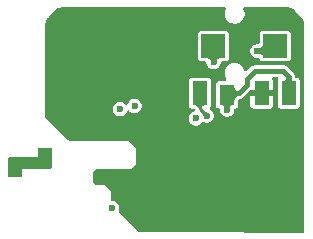
<source format=gbl>
%TF.GenerationSoftware,KiCad,Pcbnew,9.0.1-129-g6cd3a802a7*%
%TF.CreationDate,2025-04-11T15:40:15+02:00*%
%TF.ProjectId,LowCapacitanceProbe,4c6f7743-6170-4616-9369-74616e636550,1.0.0*%
%TF.SameCoordinates,PX22404f8PY679ca88*%
%TF.FileFunction,Copper,L4,Bot*%
%TF.FilePolarity,Positive*%
%FSLAX45Y45*%
G04 Gerber Fmt 4.5, Leading zero omitted, Abs format (unit mm)*
G04 Created by KiCad (PCBNEW 9.0.1-129-g6cd3a802a7) date 2025-04-11 15:40:15*
%MOMM*%
%LPD*%
G01*
G04 APERTURE LIST*
G04 Aperture macros list*
%AMRoundRect*
0 Rectangle with rounded corners*
0 $1 Rounding radius*
0 $2 $3 $4 $5 $6 $7 $8 $9 X,Y pos of 4 corners*
0 Add a 4 corners polygon primitive as box body*
4,1,4,$2,$3,$4,$5,$6,$7,$8,$9,$2,$3,0*
0 Add four circle primitives for the rounded corners*
1,1,$1+$1,$2,$3*
1,1,$1+$1,$4,$5*
1,1,$1+$1,$6,$7*
1,1,$1+$1,$8,$9*
0 Add four rect primitives between the rounded corners*
20,1,$1+$1,$2,$3,$4,$5,0*
20,1,$1+$1,$4,$5,$6,$7,0*
20,1,$1+$1,$6,$7,$8,$9,0*
20,1,$1+$1,$8,$9,$2,$3,0*%
G04 Aperture macros list end*
%TA.AperFunction,SMDPad,CuDef*%
%ADD10R,5.080000X1.500000*%
%TD*%
%TA.AperFunction,ComponentPad*%
%ADD11C,2.000000*%
%TD*%
%TA.AperFunction,SMDPad,CuDef*%
%ADD12R,1.300000X2.000000*%
%TD*%
%TA.AperFunction,SMDPad,CuDef*%
%ADD13R,2.000000X2.000000*%
%TD*%
%TA.AperFunction,ComponentPad*%
%ADD14RoundRect,0.125000X0.500000X0.500000X-0.500000X0.500000X-0.500000X-0.500000X0.500000X-0.500000X0*%
%TD*%
%TA.AperFunction,SMDPad,CuDef*%
%ADD15RoundRect,0.250000X1.645000X0.250000X-1.645000X0.250000X-1.645000X-0.250000X1.645000X-0.250000X0*%
%TD*%
%TA.AperFunction,SMDPad,CuDef*%
%ADD16R,1.300000X1.730000*%
%TD*%
%TA.AperFunction,ViaPad*%
%ADD17C,0.600000*%
%TD*%
%TA.AperFunction,Conductor*%
%ADD18C,0.400000*%
%TD*%
%TA.AperFunction,Conductor*%
%ADD19C,0.250000*%
%TD*%
G04 APERTURE END LIST*
D10*
%TO.P,J2,2,Ext*%
%TO.N,GND*%
X2292900Y90000D03*
X2292900Y940000D03*
%TD*%
D11*
%TO.P,TP3,1,1*%
%TO.N,GND*%
X1831500Y163000D03*
%TD*%
D12*
%TO.P,RV3,3,3*%
%TO.N,/POWER*%
X2414500Y1194000D03*
D13*
%TO.P,RV3,2,2*%
%TO.N,/G2_BIAS*%
X2299500Y1594000D03*
D12*
%TO.P,RV3,1,1*%
%TO.N,GND*%
X2184500Y1194000D03*
%TD*%
D14*
%TO.P,TP1,1,1*%
%TO.N,/IN*%
X95000Y544500D03*
D15*
X222000Y606000D03*
D14*
X349000Y667500D03*
%TD*%
D16*
%TO.P,RV2,3,3*%
%TO.N,/POWER*%
X1891500Y1180500D03*
D13*
%TO.P,RV2,2,2*%
%TO.N,/GAIN_TUNE*%
X1776500Y1594000D03*
D12*
%TO.P,RV2,1,1*%
%TO.N,Net-(R17-Pad2)*%
X1661500Y1194000D03*
%TD*%
D17*
%TO.N,GND*%
X734000Y1892000D03*
X2482500Y1440000D03*
X1627000Y1892000D03*
X2287000Y750000D03*
X1915000Y398000D03*
X1030000Y1457500D03*
X2362000Y750000D03*
X1820000Y1884000D03*
X2137000Y275000D03*
X1307000Y60000D03*
X732500Y1465000D03*
X1687000Y775000D03*
X2062000Y750000D03*
X2144000Y1460000D03*
X2362000Y275000D03*
X1607000Y60000D03*
X1382000Y60000D03*
X2287000Y275000D03*
X1712000Y500000D03*
X1532000Y60000D03*
X2412500Y1860000D03*
X929000Y916000D03*
X1022500Y823000D03*
X1156000Y161000D03*
X425000Y1335000D03*
X1706000Y650000D03*
X1002500Y959000D03*
X1016000Y236000D03*
X642500Y1335000D03*
X1255000Y1495000D03*
X1982000Y60000D03*
X1495000Y505000D03*
X2212000Y750000D03*
X1762000Y750000D03*
X795500Y522000D03*
X1527500Y1475000D03*
X1687000Y270000D03*
X2137000Y750000D03*
X1932000Y1746000D03*
X693500Y1114000D03*
X1912000Y750000D03*
X868500Y458000D03*
X1307500Y240000D03*
X1775000Y1355000D03*
X2512000Y275000D03*
X1363000Y1891000D03*
X1339000Y705000D03*
X492500Y1820000D03*
X1987000Y750000D03*
X1423000Y227000D03*
X1462500Y775000D03*
X2232000Y1892000D03*
X1612000Y775000D03*
X1235500Y335000D03*
X1962500Y1497500D03*
X1837000Y750000D03*
X2032500Y1115000D03*
X392500Y1715000D03*
X1457000Y60000D03*
X1157000Y60000D03*
X2212000Y275000D03*
X435000Y1115000D03*
X1487000Y275000D03*
X2512000Y750000D03*
X2081000Y1885000D03*
X1232000Y60000D03*
X1387000Y775000D03*
X2062000Y275000D03*
X1596500Y200000D03*
X1682000Y60000D03*
X1987000Y275000D03*
X1151000Y1892000D03*
X908500Y520500D03*
X2437000Y275000D03*
X939000Y1885000D03*
X1537000Y775000D03*
X2437000Y750000D03*
%TO.N,Net-(R17-Pad2)*%
X1720000Y1002500D03*
%TO.N,/G2_BIAS*%
X2147500Y1550000D03*
X986000Y1060000D03*
%TO.N,/POWER*%
X1109000Y1085000D03*
X1892500Y1052500D03*
%TO.N,/GAIN_TUNE*%
X917500Y222500D03*
X1777500Y1455000D03*
X1627500Y980000D03*
%TD*%
D18*
%TO.N,GND*%
X2032500Y1115000D02*
X2032500Y1125000D01*
X2183500Y1194000D02*
X2184500Y1193000D01*
D19*
%TO.N,Net-(R17-Pad2)*%
X1720000Y1002500D02*
X1661500Y1061000D01*
X1661500Y1061000D02*
X1661500Y1194000D01*
%TO.N,/G2_BIAS*%
X2256500Y1550000D02*
X2299500Y1593000D01*
X2147500Y1550000D02*
X2256500Y1550000D01*
%TO.N,/POWER*%
X1892500Y1052500D02*
X1892500Y1193000D01*
D18*
X2367500Y1380000D02*
X2414500Y1333000D01*
X1991500Y1194000D02*
X2057500Y1260000D01*
X1891500Y1194000D02*
X1991500Y1194000D01*
X2057500Y1310000D02*
X2127500Y1380000D01*
X2057500Y1260000D02*
X2057500Y1310000D01*
X2127500Y1380000D02*
X2367500Y1380000D01*
D19*
X1892500Y1193000D02*
X1891500Y1194000D01*
D18*
X2414500Y1333000D02*
X2414500Y1193000D01*
D19*
%TO.N,/GAIN_TUNE*%
X1777500Y1455000D02*
X1777500Y1593000D01*
X1777500Y1593000D02*
X1776500Y1594000D01*
%TD*%
%TA.AperFunction,Conductor*%
%TO.N,GND*%
G36*
X2345014Y1063950D02*
G01*
X2483986Y1063950D01*
X2484417Y1064000D01*
X2546950Y1064000D01*
X2546950Y942000D01*
X2003000Y942000D01*
X2003000Y1064000D01*
X2344583Y1064000D01*
X2345014Y1063950D01*
G37*
%TD.AperFunction*%
%TD*%
%TA.AperFunction,Conductor*%
%TO.N,GND*%
G36*
X949128Y1011948D02*
G01*
X962822Y1004042D01*
X978094Y999950D01*
X978094Y999950D01*
X993905Y999950D01*
X993906Y999950D01*
X1009178Y1004042D01*
X1022872Y1011948D01*
X1025924Y1015000D01*
X1578367Y1015000D01*
X1571542Y1003178D01*
X1567450Y987906D01*
X1567450Y972094D01*
X1571542Y956822D01*
X1579448Y943128D01*
X1590628Y931948D01*
X1604322Y924042D01*
X1619594Y919950D01*
X1619594Y919950D01*
X1635405Y919950D01*
X1635406Y919950D01*
X1650678Y924042D01*
X1664372Y931948D01*
X1675552Y943128D01*
X1677398Y946325D01*
X1681944Y950419D01*
X1688029Y951059D01*
X1690921Y949949D01*
X1696822Y946542D01*
X1712094Y942450D01*
X1712094Y942450D01*
X1727905Y942450D01*
X1727906Y942450D01*
X1743178Y946542D01*
X1756872Y954448D01*
X1768052Y965628D01*
X1775958Y979322D01*
X1780050Y994594D01*
X1780050Y1010406D01*
X1778819Y1015000D01*
X1845076Y1015000D01*
X1855628Y1004448D01*
X1869322Y996542D01*
X1884594Y992450D01*
X1884594Y992450D01*
X1900405Y992450D01*
X1900406Y992450D01*
X1915678Y996542D01*
X1929372Y1004448D01*
X1939924Y1015000D01*
X2003000Y1015000D01*
X2003000Y942000D01*
X2546950Y942000D01*
X2546950Y29950D01*
X2545059Y24131D01*
X2540109Y20535D01*
X2537050Y20050D01*
X1144801Y20050D01*
X1138982Y21941D01*
X1137800Y22950D01*
X974426Y186324D01*
X971648Y191775D01*
X972606Y197819D01*
X972852Y198273D01*
X973458Y199322D01*
X977550Y214594D01*
X977550Y230406D01*
X973458Y245678D01*
X965552Y259372D01*
X954372Y270552D01*
X940678Y278458D01*
X925406Y282550D01*
X918900Y282550D01*
X913081Y284441D01*
X909484Y289391D01*
X909000Y292450D01*
X909000Y366500D01*
X909000Y366500D01*
X856500Y419000D01*
X856500Y419000D01*
X782759Y419000D01*
X780828Y419190D01*
X779231Y419508D01*
X776062Y420138D01*
X772493Y421616D01*
X768453Y424316D01*
X766953Y425547D01*
X766047Y426453D01*
X764816Y427953D01*
X762116Y431993D01*
X760638Y435562D01*
X759690Y440328D01*
X759500Y442259D01*
X759500Y520241D01*
X759690Y522172D01*
X760638Y526938D01*
X762116Y530507D01*
X764816Y534548D01*
X766047Y536047D01*
X776953Y546953D01*
X778452Y548184D01*
X782493Y550884D01*
X786062Y552362D01*
X788586Y552864D01*
X790828Y553310D01*
X792759Y553500D01*
X1080500Y553500D01*
X1080500Y553500D01*
X1120500Y593500D01*
X1120500Y727750D01*
X1057250Y791000D01*
X1057250Y791000D01*
X564697Y791000D01*
X562766Y791190D01*
X561169Y791508D01*
X557999Y792138D01*
X554431Y793616D01*
X550391Y796316D01*
X548890Y797547D01*
X354450Y991988D01*
X351672Y997440D01*
X351550Y998988D01*
X351550Y1015000D01*
X435437Y1015000D01*
X560438Y1015000D01*
X946076Y1015000D01*
X949128Y1011948D01*
G37*
%TD.AperFunction*%
%TD*%
%TA.AperFunction,Conductor*%
%TO.N,GND*%
G36*
X1875385Y1921481D02*
G01*
X1879961Y1916201D01*
X1880955Y1909285D01*
X1880137Y1906305D01*
X1873718Y1890808D01*
X1873718Y1890807D01*
X1870450Y1874377D01*
X1870450Y1857623D01*
X1873718Y1841193D01*
X1873718Y1841192D01*
X1880129Y1825714D01*
X1889437Y1811784D01*
X1901284Y1799937D01*
X1910549Y1793746D01*
X1915214Y1790630D01*
X1930692Y1784218D01*
X1947123Y1780950D01*
X1947123Y1780950D01*
X1947123Y1780950D01*
X1963877Y1780950D01*
X1963877Y1780950D01*
X1980308Y1784218D01*
X1995786Y1790630D01*
X2009716Y1799937D01*
X2021563Y1811784D01*
X2030870Y1825714D01*
X2037282Y1841192D01*
X2040550Y1857623D01*
X2040550Y1874377D01*
X2037282Y1890808D01*
X2030870Y1906286D01*
X2030863Y1906305D01*
X2030116Y1913252D01*
X2033243Y1919500D01*
X2039252Y1923065D01*
X2042319Y1923450D01*
X2393797Y1923450D01*
X2394779Y1923411D01*
X2395737Y1923335D01*
X2409084Y1922274D01*
X2411021Y1921965D01*
X2411550Y1921837D01*
X2424490Y1918701D01*
X2426354Y1918089D01*
X2439139Y1912742D01*
X2440883Y1911844D01*
X2452022Y1904945D01*
X2452664Y1904547D01*
X2454245Y1903385D01*
X2465085Y1894011D01*
X2465737Y1893405D01*
X2465773Y1893369D01*
X2468272Y1890835D01*
X2468336Y1890809D01*
X2469220Y1889925D01*
X2469221Y1889924D01*
X2469224Y1889921D01*
X2517335Y1841810D01*
X2518001Y1841089D01*
X2527294Y1830195D01*
X2528445Y1828608D01*
X2535648Y1816807D01*
X2536534Y1815059D01*
X2541789Y1802270D01*
X2542388Y1800404D01*
X2545562Y1786946D01*
X2545860Y1785009D01*
X2546898Y1770889D01*
X2546914Y1770676D01*
X2546947Y1769773D01*
X2546947Y1769734D01*
X2546928Y1766251D01*
X2546949Y1766198D01*
X2546950Y1764955D01*
X2546950Y1764953D01*
X2546950Y1764948D01*
X2546950Y1064000D01*
X2491638Y1064000D01*
X2492332Y1065520D01*
X2495841Y1068112D01*
X2495829Y1068130D01*
X2496325Y1068470D01*
X2496695Y1068743D01*
X2496777Y1068779D01*
X2504721Y1076724D01*
X2509259Y1087001D01*
X2509550Y1089514D01*
X2509550Y1298486D01*
X2509550Y1298488D01*
X2509259Y1300999D01*
X2509259Y1300999D01*
X2509259Y1300999D01*
X2504721Y1311277D01*
X2496777Y1319221D01*
X2496776Y1319221D01*
X2486499Y1323759D01*
X2483987Y1324050D01*
X2483987Y1324050D01*
X2477369Y1324050D01*
X2474118Y1325005D01*
X2470852Y1325901D01*
X2470775Y1325986D01*
X2470665Y1326019D01*
X2468448Y1328577D01*
X2466183Y1331099D01*
X2466141Y1331239D01*
X2466090Y1331299D01*
X2465129Y1334468D01*
X2465100Y1334641D01*
X2464919Y1336008D01*
X2464834Y1336288D01*
X2464710Y1337055D01*
X2464738Y1337284D01*
X2464550Y1339038D01*
X2464550Y1339589D01*
X2464453Y1339950D01*
X2464453Y1339951D01*
X2464037Y1341503D01*
X2461139Y1352319D01*
X2454550Y1363731D01*
X2445231Y1373050D01*
X2398231Y1420050D01*
X2392525Y1423345D01*
X2386819Y1426639D01*
X2380454Y1428345D01*
X2374089Y1430050D01*
X2134089Y1430050D01*
X2120911Y1430050D01*
X2120911Y1430050D01*
X2116521Y1428874D01*
X2116521Y1428874D01*
X2108181Y1426639D01*
X2108181Y1426639D01*
X2108181Y1426639D01*
X2096769Y1420050D01*
X2096768Y1420050D01*
X2058703Y1381985D01*
X2052571Y1378637D01*
X2045602Y1379135D01*
X2040009Y1383322D01*
X2037774Y1388334D01*
X2037282Y1390808D01*
X2030870Y1406286D01*
X2022958Y1418128D01*
X2021563Y1420216D01*
X2009716Y1432063D01*
X1995786Y1441370D01*
X1980308Y1447782D01*
X1980307Y1447782D01*
X1963877Y1451050D01*
X1963877Y1451050D01*
X1947123Y1451050D01*
X1947123Y1451050D01*
X1930692Y1447782D01*
X1930692Y1447782D01*
X1915214Y1441370D01*
X1901284Y1432063D01*
X1889437Y1420216D01*
X1880129Y1406286D01*
X1873718Y1390808D01*
X1873718Y1390808D01*
X1870450Y1374377D01*
X1870450Y1357623D01*
X1873718Y1341193D01*
X1873718Y1341192D01*
X1880130Y1325714D01*
X1880130Y1325714D01*
X1886394Y1316339D01*
X1888481Y1309671D01*
X1886633Y1302933D01*
X1881435Y1298264D01*
X1876083Y1297050D01*
X1822014Y1297050D01*
X1822012Y1297050D01*
X1819501Y1296759D01*
X1819501Y1296759D01*
X1809223Y1292221D01*
X1801279Y1284277D01*
X1796741Y1273999D01*
X1796741Y1273999D01*
X1796450Y1271487D01*
X1796450Y1089514D01*
X1796450Y1089512D01*
X1796741Y1087001D01*
X1796741Y1087001D01*
X1801279Y1076724D01*
X1801279Y1076724D01*
X1809223Y1068779D01*
X1819501Y1064242D01*
X1821479Y1064012D01*
X1827911Y1061284D01*
X1831848Y1055512D01*
X1832450Y1051695D01*
X1832450Y1044594D01*
X1834764Y1035957D01*
X1836542Y1029322D01*
X1836543Y1029321D01*
X1844447Y1015629D01*
X1844448Y1015628D01*
X1845076Y1015000D01*
X1778819Y1015000D01*
X1775958Y1025678D01*
X1774015Y1029042D01*
X1768052Y1039371D01*
X1768052Y1039372D01*
X1756872Y1050552D01*
X1756871Y1050552D01*
X1751009Y1053937D01*
X1746187Y1058994D01*
X1744865Y1065854D01*
X1747462Y1072341D01*
X1748440Y1073443D01*
X1751721Y1076724D01*
X1756258Y1087001D01*
X1756550Y1089514D01*
X1756550Y1298486D01*
X1756550Y1298488D01*
X1756259Y1300999D01*
X1756258Y1300999D01*
X1756258Y1300999D01*
X1751721Y1311277D01*
X1743776Y1319221D01*
X1743776Y1319221D01*
X1733499Y1323759D01*
X1730986Y1324050D01*
X1592014Y1324050D01*
X1592012Y1324050D01*
X1589501Y1323759D01*
X1589501Y1323759D01*
X1579223Y1319221D01*
X1571279Y1311277D01*
X1566741Y1300999D01*
X1566741Y1300999D01*
X1566450Y1298487D01*
X1566450Y1089514D01*
X1566450Y1089512D01*
X1566741Y1087001D01*
X1566741Y1087001D01*
X1571279Y1076724D01*
X1571279Y1076724D01*
X1579223Y1068779D01*
X1589501Y1064242D01*
X1592013Y1063950D01*
X1605970Y1063950D01*
X1608173Y1063753D01*
X1608730Y1063652D01*
X1608741Y1063648D01*
X1609405Y1063531D01*
X1609406Y1063530D01*
X1612522Y1061970D01*
X1615625Y1060429D01*
X1615636Y1060411D01*
X1615654Y1060402D01*
X1616375Y1059186D01*
X1619181Y1054537D01*
X1619621Y1052895D01*
X1619455Y1045910D01*
X1615539Y1040123D01*
X1610853Y1037708D01*
X1608691Y1037129D01*
X1604321Y1035958D01*
X1604321Y1035957D01*
X1590629Y1028052D01*
X1590628Y1028052D01*
X1579448Y1016872D01*
X1579447Y1016871D01*
X1578367Y1015000D01*
X1025924Y1015000D01*
X1034052Y1023128D01*
X1041958Y1036822D01*
X1042801Y1039971D01*
X1046438Y1045937D01*
X1052723Y1048990D01*
X1059660Y1048160D01*
X1063547Y1045529D01*
X1072128Y1036948D01*
X1072129Y1036948D01*
X1072129Y1036948D01*
X1085338Y1029322D01*
X1085822Y1029042D01*
X1101094Y1024950D01*
X1101095Y1024950D01*
X1116906Y1024950D01*
X1116906Y1024950D01*
X1132178Y1029042D01*
X1145872Y1036948D01*
X1157052Y1048128D01*
X1164958Y1061822D01*
X1169050Y1077094D01*
X1169050Y1092906D01*
X1164958Y1108178D01*
X1164957Y1108179D01*
X1157052Y1121871D01*
X1157052Y1121872D01*
X1145872Y1133052D01*
X1145871Y1133053D01*
X1132179Y1140957D01*
X1132179Y1140958D01*
X1132178Y1140958D01*
X1116906Y1145050D01*
X1101094Y1145050D01*
X1085822Y1140958D01*
X1085821Y1140957D01*
X1072129Y1133053D01*
X1072128Y1133052D01*
X1060948Y1121872D01*
X1060948Y1121871D01*
X1053043Y1108179D01*
X1053042Y1108178D01*
X1052198Y1105029D01*
X1048562Y1099063D01*
X1042277Y1096010D01*
X1035339Y1096840D01*
X1031453Y1099471D01*
X1022872Y1108052D01*
X1022871Y1108053D01*
X1009179Y1115957D01*
X1009179Y1115958D01*
X1009178Y1115958D01*
X993906Y1120050D01*
X978094Y1120050D01*
X962822Y1115958D01*
X962821Y1115957D01*
X949129Y1108053D01*
X949128Y1108052D01*
X937948Y1096872D01*
X937947Y1096871D01*
X930043Y1083179D01*
X930042Y1083178D01*
X925950Y1067906D01*
X925950Y1052094D01*
X930042Y1036822D01*
X930042Y1036822D01*
X930043Y1036821D01*
X937947Y1023129D01*
X937948Y1023128D01*
X946076Y1015000D01*
X351550Y1015000D01*
X351550Y1698487D01*
X1646450Y1698487D01*
X1646450Y1489514D01*
X1646450Y1489512D01*
X1646741Y1487001D01*
X1646741Y1487001D01*
X1651279Y1476724D01*
X1651279Y1476723D01*
X1659223Y1468779D01*
X1669501Y1464241D01*
X1672013Y1463950D01*
X1692902Y1463950D01*
X1694297Y1463871D01*
X1695295Y1463758D01*
X1696644Y1463379D01*
X1706302Y1462512D01*
X1706445Y1462496D01*
X1709535Y1461195D01*
X1712660Y1459965D01*
X1712747Y1459843D01*
X1712885Y1459785D01*
X1714782Y1457019D01*
X1716745Y1454297D01*
X1716776Y1454113D01*
X1716837Y1454024D01*
X1716847Y1453698D01*
X1717450Y1450174D01*
X1717450Y1447094D01*
X1721478Y1432063D01*
X1721542Y1431822D01*
X1721543Y1431821D01*
X1729447Y1418129D01*
X1729448Y1418129D01*
X1729448Y1418128D01*
X1740628Y1406948D01*
X1740629Y1406948D01*
X1740629Y1406948D01*
X1754321Y1399043D01*
X1754322Y1399042D01*
X1769594Y1394950D01*
X1769594Y1394950D01*
X1785405Y1394950D01*
X1785406Y1394950D01*
X1800678Y1399042D01*
X1814372Y1406948D01*
X1825552Y1418128D01*
X1833458Y1431822D01*
X1837550Y1447094D01*
X1837550Y1450554D01*
X1837642Y1450866D01*
X1837566Y1451182D01*
X1838619Y1454196D01*
X1839518Y1457258D01*
X1839764Y1457471D01*
X1839872Y1457778D01*
X1842388Y1459744D01*
X1844799Y1461833D01*
X1845197Y1461939D01*
X1845377Y1462080D01*
X1847442Y1462537D01*
X1848810Y1462901D01*
X1849018Y1462921D01*
X1856727Y1463369D01*
X1858846Y1463828D01*
X1859595Y1463897D01*
X1859825Y1463853D01*
X1860736Y1463950D01*
X1880986Y1463950D01*
X1880986Y1463950D01*
X1880988Y1463950D01*
X1880988Y1463950D01*
X1883499Y1464241D01*
X1883499Y1464241D01*
X1883499Y1464241D01*
X1893776Y1468779D01*
X1901721Y1476723D01*
X1906258Y1487001D01*
X1906550Y1489513D01*
X1906550Y1557906D01*
X2087450Y1557906D01*
X2087450Y1542094D01*
X2091542Y1526822D01*
X2091543Y1526821D01*
X2099448Y1513129D01*
X2099448Y1513129D01*
X2099448Y1513128D01*
X2110628Y1501948D01*
X2110629Y1501948D01*
X2110629Y1501948D01*
X2124321Y1494043D01*
X2124322Y1494042D01*
X2139594Y1489950D01*
X2139595Y1489950D01*
X2155405Y1489950D01*
X2155406Y1489950D01*
X2156799Y1490323D01*
X2163783Y1490157D01*
X2169570Y1486241D01*
X2171352Y1483354D01*
X2174279Y1476723D01*
X2182224Y1468779D01*
X2192501Y1464241D01*
X2195014Y1463950D01*
X2403986Y1463950D01*
X2403988Y1463950D01*
X2403988Y1463950D01*
X2406499Y1464241D01*
X2406499Y1464241D01*
X2406499Y1464241D01*
X2416777Y1468779D01*
X2424721Y1476723D01*
X2429259Y1487001D01*
X2429550Y1489513D01*
X2429550Y1698486D01*
X2429550Y1698488D01*
X2429259Y1700999D01*
X2429259Y1700999D01*
X2429259Y1700999D01*
X2424721Y1711276D01*
X2416777Y1719221D01*
X2416776Y1719221D01*
X2406499Y1723758D01*
X2403987Y1724050D01*
X2195014Y1724050D01*
X2195012Y1724050D01*
X2192501Y1723759D01*
X2192501Y1723758D01*
X2182224Y1719221D01*
X2174279Y1711277D01*
X2169742Y1700999D01*
X2169742Y1700999D01*
X2169450Y1698487D01*
X2169450Y1652773D01*
X2169389Y1651545D01*
X2169284Y1650491D01*
X2168908Y1649131D01*
X2167487Y1632427D01*
X2167478Y1632336D01*
X2167452Y1632272D01*
X2167117Y1630358D01*
X2164144Y1619245D01*
X2160509Y1613277D01*
X2154225Y1610222D01*
X2152165Y1610050D01*
X2139594Y1610050D01*
X2124322Y1605958D01*
X2124321Y1605957D01*
X2110629Y1598052D01*
X2110628Y1598052D01*
X2099448Y1586872D01*
X2099448Y1586871D01*
X2091543Y1573179D01*
X2091542Y1573178D01*
X2087450Y1557906D01*
X1906550Y1557906D01*
X1906550Y1598052D01*
X1906550Y1698486D01*
X1906550Y1698486D01*
X1906550Y1698488D01*
X1906259Y1700999D01*
X1906258Y1700999D01*
X1906258Y1700999D01*
X1901721Y1711276D01*
X1893776Y1719221D01*
X1893776Y1719221D01*
X1883499Y1723758D01*
X1880986Y1724050D01*
X1672014Y1724050D01*
X1672012Y1724050D01*
X1669501Y1723759D01*
X1669501Y1723758D01*
X1659223Y1719221D01*
X1651279Y1711277D01*
X1646741Y1700999D01*
X1646741Y1700999D01*
X1646450Y1698487D01*
X351550Y1698487D01*
X351550Y1770047D01*
X351589Y1771029D01*
X352725Y1785331D01*
X353035Y1787269D01*
X353849Y1790630D01*
X356298Y1800736D01*
X356909Y1802599D01*
X362255Y1815384D01*
X363152Y1817126D01*
X370448Y1828907D01*
X371609Y1830487D01*
X380981Y1841327D01*
X381588Y1841980D01*
X381614Y1842006D01*
X384156Y1844513D01*
X384182Y1844577D01*
X384962Y1845357D01*
X385066Y1845461D01*
X385067Y1845462D01*
X385069Y1845465D01*
X433441Y1893837D01*
X434159Y1894500D01*
X445055Y1903795D01*
X446641Y1904944D01*
X458443Y1912149D01*
X460190Y1913034D01*
X472981Y1918289D01*
X474845Y1918888D01*
X488305Y1922063D01*
X490240Y1922360D01*
X504577Y1923414D01*
X505477Y1923447D01*
X505500Y1923448D01*
X508999Y1923428D01*
X509052Y1923449D01*
X510293Y1923450D01*
X510295Y1923450D01*
X510300Y1923450D01*
X1868681Y1923450D01*
X1875385Y1921481D01*
G37*
%TD.AperFunction*%
%TA.AperFunction,Conductor*%
G36*
X2320251Y1327982D02*
G01*
X2324826Y1322701D01*
X2325820Y1315785D01*
X2324512Y1312430D01*
X2324744Y1312328D01*
X2319742Y1300999D01*
X2319742Y1300999D01*
X2319450Y1298487D01*
X2319450Y1089514D01*
X2319450Y1089512D01*
X2319741Y1087001D01*
X2319742Y1087001D01*
X2324279Y1076724D01*
X2324279Y1076724D01*
X2332224Y1068779D01*
X2332305Y1068743D01*
X2332430Y1068638D01*
X2333171Y1068130D01*
X2333120Y1068055D01*
X2337643Y1064235D01*
X2337715Y1064000D01*
X2261515Y1064000D01*
X2262209Y1065520D01*
X2266572Y1068744D01*
X2266747Y1068821D01*
X2266748Y1068822D01*
X2274679Y1076752D01*
X2274679Y1076753D01*
X2279209Y1087012D01*
X2279209Y1087013D01*
X2279500Y1089521D01*
X2279500Y1089521D01*
X2279500Y1169000D01*
X2089500Y1169000D01*
X2089500Y1089522D01*
X2089500Y1089519D01*
X2089791Y1087013D01*
X2089791Y1087013D01*
X2094321Y1076753D01*
X2094321Y1076752D01*
X2102252Y1068822D01*
X2102253Y1068821D01*
X2102428Y1068744D01*
X2102696Y1068517D01*
X2103201Y1068172D01*
X2103166Y1068121D01*
X2107766Y1064235D01*
X2107838Y1064000D01*
X2003000Y1064000D01*
X2003000Y1015000D01*
X1939924Y1015000D01*
X1940552Y1015628D01*
X1948458Y1029322D01*
X1952550Y1044594D01*
X1952550Y1051927D01*
X1954518Y1058631D01*
X1959799Y1063206D01*
X1962601Y1063987D01*
X1962599Y1063997D01*
X1963498Y1064242D01*
X1963499Y1064242D01*
X1973776Y1068779D01*
X1981721Y1076724D01*
X1986258Y1087001D01*
X1986550Y1089514D01*
X1986550Y1131557D01*
X1988518Y1138260D01*
X1993799Y1142836D01*
X1997332Y1143850D01*
X1998088Y1143950D01*
X1998089Y1143950D01*
X2010819Y1147361D01*
X2022231Y1153950D01*
X2083650Y1215368D01*
X2089782Y1218717D01*
X2092417Y1219000D01*
X2279500Y1219000D01*
X2279500Y1298479D01*
X2279500Y1298481D01*
X2279209Y1300987D01*
X2279209Y1300987D01*
X2274215Y1312299D01*
X2274542Y1312444D01*
X2272997Y1317186D01*
X2274768Y1323945D01*
X2279912Y1328673D01*
X2285392Y1329950D01*
X2313547Y1329950D01*
X2320251Y1327982D01*
G37*
%TD.AperFunction*%
%TD*%
%TA.AperFunction,Conductor*%
%TO.N,Net-(R17-Pad2)*%
G36*
X1696127Y1044175D02*
G01*
X1702479Y1038783D01*
X1702480Y1038782D01*
X1708966Y1035254D01*
X1715206Y1033403D01*
X1721641Y1032345D01*
X1723355Y1032094D01*
X1724124Y1031635D01*
X1724343Y1030767D01*
X1724342Y1030762D01*
X1720199Y1003283D01*
X1719737Y1002516D01*
X1719217Y1002301D01*
X1691738Y998158D01*
X1690869Y998373D01*
X1690407Y999140D01*
X1690406Y999145D01*
X1690156Y1000851D01*
X1690155Y1000859D01*
X1689261Y1006472D01*
X1685961Y1016314D01*
X1682635Y1021515D01*
X1678354Y1026371D01*
X1678064Y1027218D01*
X1678404Y1027971D01*
X1694543Y1044110D01*
X1695370Y1044453D01*
X1696127Y1044175D01*
G37*
%TD.AperFunction*%
%TD*%
%TA.AperFunction,Conductor*%
%TO.N,Net-(R17-Pad2)*%
G36*
X1662005Y1192585D02*
G01*
X1662517Y1192098D01*
X1715735Y1095566D01*
X1715834Y1094676D01*
X1715275Y1093977D01*
X1714818Y1093836D01*
X1713654Y1093729D01*
X1704327Y1092871D01*
X1704327Y1092871D01*
X1704326Y1092870D01*
X1697024Y1090945D01*
X1697023Y1090945D01*
X1690662Y1088254D01*
X1685281Y1084941D01*
X1685281Y1084941D01*
X1680935Y1081160D01*
X1680934Y1081159D01*
X1675673Y1073178D01*
X1675672Y1073178D01*
X1674637Y1065981D01*
X1674306Y1065321D01*
X1658507Y1049522D01*
X1657679Y1049179D01*
X1656852Y1049522D01*
X1656549Y1050047D01*
X1656538Y1050088D01*
X1654879Y1056312D01*
X1651804Y1063594D01*
X1643273Y1076859D01*
X1643273Y1076859D01*
X1643273Y1076859D01*
X1633309Y1086518D01*
X1633308Y1086518D01*
X1623001Y1092146D01*
X1623001Y1092146D01*
X1614075Y1093729D01*
X1613320Y1094211D01*
X1613127Y1095085D01*
X1613228Y1095394D01*
X1660441Y1192047D01*
X1661112Y1192640D01*
X1662005Y1192585D01*
G37*
%TD.AperFunction*%
%TD*%
%TA.AperFunction,Conductor*%
%TO.N,/G2_BIAS*%
G36*
X2201072Y1647470D02*
G01*
X2278182Y1605623D01*
X2298222Y1594748D01*
X2298786Y1594052D01*
X2298692Y1593161D01*
X2298491Y1592892D01*
X2201326Y1495824D01*
X2200499Y1495482D01*
X2199672Y1495825D01*
X2199342Y1496483D01*
X2198573Y1501734D01*
X2196656Y1507331D01*
X2193300Y1513290D01*
X2188948Y1518625D01*
X2188948Y1518625D01*
X2188947Y1518625D01*
X2182751Y1524163D01*
X2182751Y1524164D01*
X2182751Y1524164D01*
X2182750Y1524164D01*
X2175823Y1528773D01*
X2167828Y1532737D01*
X2161887Y1534829D01*
X2159907Y1535527D01*
X2148486Y1537343D01*
X2147723Y1537812D01*
X2147500Y1538499D01*
X2147500Y1561387D01*
X2147843Y1562215D01*
X2148611Y1562556D01*
X2150120Y1562632D01*
X2155725Y1563773D01*
X2161287Y1566039D01*
X2167168Y1569681D01*
X2172828Y1574492D01*
X2178406Y1580682D01*
X2183544Y1587980D01*
X2188157Y1596330D01*
X2192124Y1605623D01*
X2197612Y1626134D01*
X2199348Y1646541D01*
X2199760Y1647336D01*
X2200613Y1647607D01*
X2201072Y1647470D01*
G37*
%TD.AperFunction*%
%TD*%
%TA.AperFunction,Conductor*%
%TO.N,/G2_BIAS*%
G36*
X2166050Y1573301D02*
G01*
X2166054Y1573299D01*
X2167446Y1572262D01*
X2172044Y1568927D01*
X2172044Y1568927D01*
X2172044Y1568927D01*
X2181337Y1564301D01*
X2181337Y1564301D01*
X2181337Y1564301D01*
X2187366Y1562975D01*
X2187972Y1562937D01*
X2193827Y1562569D01*
X2194631Y1562175D01*
X2194924Y1561401D01*
X2194924Y1538578D01*
X2194581Y1537751D01*
X2193849Y1537412D01*
X2185544Y1536733D01*
X2178463Y1534641D01*
X2178463Y1534641D01*
X2172742Y1531538D01*
X2172741Y1531538D01*
X2167445Y1527736D01*
X2166053Y1526701D01*
X2165185Y1526482D01*
X2164416Y1526942D01*
X2164414Y1526945D01*
X2158734Y1534641D01*
X2147913Y1549305D01*
X2147697Y1550174D01*
X2147913Y1550694D01*
X2164414Y1573055D01*
X2165181Y1573517D01*
X2166050Y1573301D01*
G37*
%TD.AperFunction*%
%TD*%
%TA.AperFunction,Conductor*%
%TO.N,/POWER*%
G36*
X1892110Y1179334D02*
G01*
X1892513Y1178936D01*
X1913500Y1144442D01*
X1943247Y1095551D01*
X1943385Y1094666D01*
X1942856Y1093943D01*
X1942389Y1093781D01*
X1935111Y1092897D01*
X1928986Y1090746D01*
X1928985Y1090746D01*
X1923544Y1087668D01*
X1923544Y1087667D01*
X1918100Y1083185D01*
X1918100Y1083184D01*
X1913590Y1078000D01*
X1913590Y1077999D01*
X1909717Y1071835D01*
X1906991Y1065562D01*
X1906991Y1065562D01*
X1905192Y1056018D01*
X1905180Y1055953D01*
X1904690Y1055204D01*
X1904030Y1055000D01*
X1881096Y1055000D01*
X1880269Y1055343D01*
X1879936Y1056018D01*
X1879274Y1061085D01*
X1877401Y1067116D01*
X1871032Y1078315D01*
X1871032Y1078315D01*
X1871032Y1078315D01*
X1862304Y1086863D01*
X1862304Y1086863D01*
X1854732Y1090746D01*
X1851982Y1092157D01*
X1847244Y1092897D01*
X1841894Y1093733D01*
X1841130Y1094200D01*
X1840919Y1095070D01*
X1841068Y1095486D01*
X1890507Y1178924D01*
X1891223Y1179461D01*
X1892110Y1179334D01*
G37*
%TD.AperFunction*%
%TD*%
%TA.AperFunction,Conductor*%
%TO.N,/POWER*%
G36*
X1904749Y1099581D02*
G01*
X1905088Y1098849D01*
X1905767Y1090545D01*
X1907858Y1083463D01*
X1907858Y1083463D01*
X1907859Y1083463D01*
X1910962Y1077742D01*
X1913244Y1074562D01*
X1914767Y1072440D01*
X1915799Y1071054D01*
X1916018Y1070185D01*
X1915558Y1069417D01*
X1915555Y1069414D01*
X1893195Y1052913D01*
X1892326Y1052697D01*
X1891805Y1052913D01*
X1882412Y1059845D01*
X1869445Y1069414D01*
X1868983Y1070181D01*
X1869198Y1071050D01*
X1870236Y1072444D01*
X1870236Y1072444D01*
X1870240Y1072449D01*
X1873573Y1077044D01*
X1873573Y1077044D01*
X1873573Y1077044D01*
X1878199Y1086337D01*
X1879525Y1092366D01*
X1879931Y1098827D01*
X1880325Y1099631D01*
X1881099Y1099924D01*
X1903922Y1099924D01*
X1904749Y1099581D01*
G37*
%TD.AperFunction*%
%TD*%
%TA.AperFunction,Conductor*%
%TO.N,/POWER*%
G36*
X1956253Y1241588D02*
G01*
X1956577Y1240889D01*
X1957263Y1233961D01*
X1958825Y1227742D01*
X1961187Y1222402D01*
X1964137Y1218164D01*
X1967560Y1214974D01*
X1967810Y1214742D01*
X1971777Y1212453D01*
X1971777Y1212453D01*
X1971777Y1212453D01*
X1974627Y1211602D01*
X1976053Y1211176D01*
X1979736Y1210993D01*
X1980505Y1210652D01*
X2006839Y1184318D01*
X2007182Y1183491D01*
X2006839Y1182663D01*
X2006190Y1182334D01*
X2001807Y1181658D01*
X2001806Y1181657D01*
X1986361Y1176291D01*
X1973179Y1168283D01*
X1973179Y1168283D01*
X1963856Y1159015D01*
X1963856Y1159014D01*
X1958361Y1148997D01*
X1956800Y1139895D01*
X1956323Y1139138D01*
X1955449Y1138940D01*
X1955010Y1139112D01*
X1953804Y1139895D01*
X1924383Y1159015D01*
X1892660Y1179629D01*
X1892153Y1180368D01*
X1892317Y1181248D01*
X1892483Y1181450D01*
X1954599Y1241614D01*
X1955431Y1241944D01*
X1956253Y1241588D01*
G37*
%TD.AperFunction*%
%TD*%
%TA.AperFunction,Conductor*%
%TO.N,/POWER*%
G36*
X2434303Y1332657D02*
G01*
X2434635Y1331984D01*
X2436224Y1320026D01*
X2440646Y1308950D01*
X2444222Y1304494D01*
X2447115Y1300887D01*
X2455562Y1295839D01*
X2460673Y1294480D01*
X2464747Y1294144D01*
X2465543Y1293735D01*
X2465817Y1292882D01*
X2465689Y1292439D01*
X2415538Y1195899D01*
X2414853Y1195323D01*
X2413961Y1195400D01*
X2413462Y1195899D01*
X2363343Y1292377D01*
X2363266Y1293269D01*
X2363842Y1293955D01*
X2364327Y1294085D01*
X2365906Y1294158D01*
X2371602Y1295234D01*
X2376529Y1297205D01*
X2381376Y1300449D01*
X2385322Y1304494D01*
X2389273Y1310650D01*
X2391982Y1317284D01*
X2393935Y1325732D01*
X2394416Y1331921D01*
X2394822Y1332719D01*
X2395583Y1333000D01*
X2433475Y1333000D01*
X2434303Y1332657D01*
G37*
%TD.AperFunction*%
%TD*%
%TA.AperFunction,Conductor*%
%TO.N,/GAIN_TUNE*%
G36*
X1777235Y1593143D02*
G01*
X1777419Y1592960D01*
X1855794Y1495770D01*
X1856047Y1494911D01*
X1855618Y1494125D01*
X1854951Y1493868D01*
X1843577Y1493205D01*
X1843576Y1493205D01*
X1833445Y1491494D01*
X1833445Y1491494D01*
X1833445Y1491493D01*
X1824178Y1488938D01*
X1811434Y1483074D01*
X1808747Y1481838D01*
X1808747Y1481838D01*
X1798024Y1473165D01*
X1791943Y1464034D01*
X1791943Y1464033D01*
X1790199Y1455924D01*
X1789690Y1455187D01*
X1789055Y1455000D01*
X1766053Y1455000D01*
X1765226Y1455343D01*
X1764889Y1456047D01*
X1764533Y1459420D01*
X1764533Y1459420D01*
X1764533Y1459420D01*
X1762893Y1464400D01*
X1760127Y1469236D01*
X1756827Y1473165D01*
X1755974Y1474182D01*
X1755973Y1474182D01*
X1750663Y1478782D01*
X1744041Y1483075D01*
X1744040Y1483075D01*
X1736343Y1486799D01*
X1736342Y1486799D01*
X1727692Y1489842D01*
X1727692Y1489842D01*
X1727692Y1489842D01*
X1718131Y1492123D01*
X1718131Y1492123D01*
X1718131Y1492123D01*
X1699375Y1493806D01*
X1698582Y1494222D01*
X1698314Y1495076D01*
X1698562Y1495698D01*
X1775591Y1592952D01*
X1776373Y1593388D01*
X1777235Y1593143D01*
G37*
%TD.AperFunction*%
%TD*%
%TA.AperFunction,Conductor*%
%TO.N,/GAIN_TUNE*%
G36*
X1789749Y1502081D02*
G01*
X1790088Y1501349D01*
X1790767Y1493044D01*
X1792858Y1485963D01*
X1792858Y1485963D01*
X1792859Y1485963D01*
X1795962Y1480241D01*
X1798244Y1477062D01*
X1799767Y1474940D01*
X1800799Y1473554D01*
X1801018Y1472685D01*
X1800558Y1471916D01*
X1800555Y1471914D01*
X1778195Y1455413D01*
X1777326Y1455197D01*
X1776805Y1455413D01*
X1767412Y1462345D01*
X1754445Y1471914D01*
X1753983Y1472681D01*
X1754198Y1473550D01*
X1755236Y1474943D01*
X1755236Y1474944D01*
X1755240Y1474949D01*
X1758573Y1479544D01*
X1758573Y1479544D01*
X1758573Y1479544D01*
X1763199Y1488837D01*
X1764525Y1494866D01*
X1764931Y1501327D01*
X1765325Y1502131D01*
X1766099Y1502424D01*
X1788922Y1502424D01*
X1789749Y1502081D01*
G37*
%TD.AperFunction*%
%TD*%
M02*

</source>
